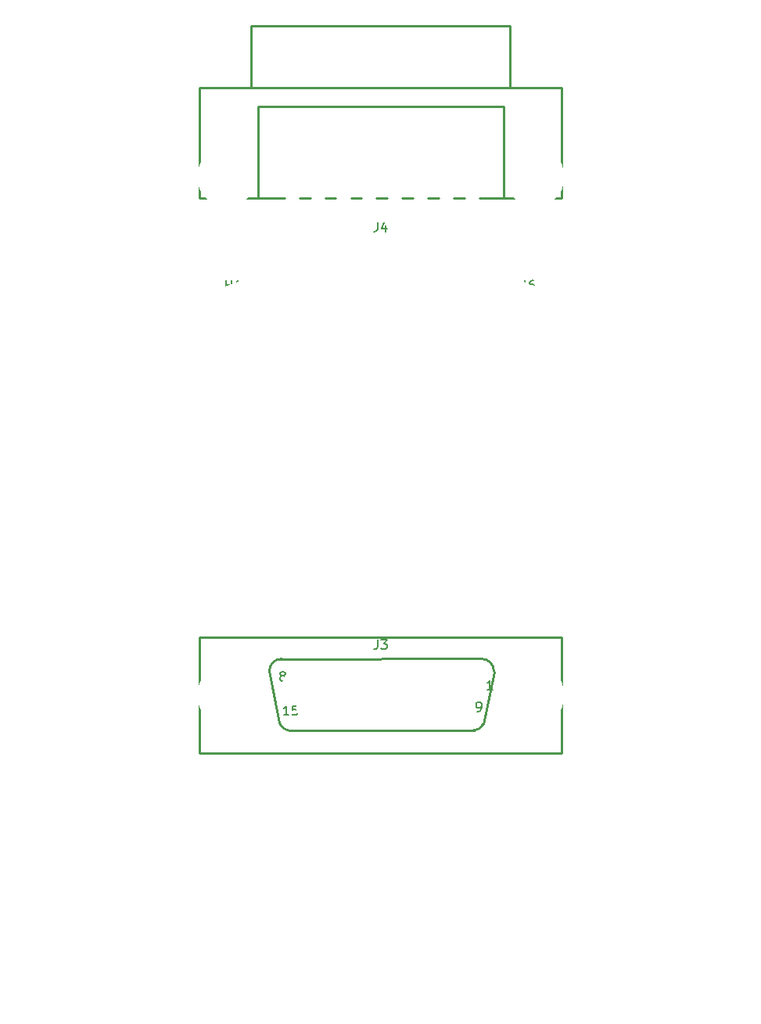
<source format=gbr>
%TF.GenerationSoftware,KiCad,Pcbnew,7.0.9*%
%TF.CreationDate,2024-05-16T17:58:55-06:00*%
%TF.ProjectId,KF50_Stepper_FT_1B_1O,4b463530-5f53-4746-9570-7065725f4654,rev?*%
%TF.SameCoordinates,Original*%
%TF.FileFunction,Legend,Top*%
%TF.FilePolarity,Positive*%
%FSLAX46Y46*%
G04 Gerber Fmt 4.6, Leading zero omitted, Abs format (unit mm)*
G04 Created by KiCad (PCBNEW 7.0.9) date 2024-05-16 17:58:55*
%MOMM*%
%LPD*%
G01*
G04 APERTURE LIST*
%ADD10C,0.150000*%
%ADD11C,0.130000*%
%ADD12C,0.250000*%
%ADD13C,22.000000*%
%ADD14C,6.350000*%
%ADD15C,1.800000*%
%ADD16R,1.800000X1.800000*%
%ADD17C,10.000000*%
G04 APERTURE END LIST*
D10*
X-333333Y51125180D02*
X-333333Y50410895D01*
X-333333Y50410895D02*
X-380952Y50268038D01*
X-380952Y50268038D02*
X-476190Y50172800D01*
X-476190Y50172800D02*
X-619047Y50125180D01*
X-619047Y50125180D02*
X-714285Y50125180D01*
X571428Y50791847D02*
X571428Y50125180D01*
X333333Y51172800D02*
X95238Y50458514D01*
X95238Y50458514D02*
X714285Y50458514D01*
X-333333Y5965180D02*
X-333333Y5250895D01*
X-333333Y5250895D02*
X-380952Y5108038D01*
X-380952Y5108038D02*
X-476190Y5012800D01*
X-476190Y5012800D02*
X-619047Y4965180D01*
X-619047Y4965180D02*
X-714285Y4965180D01*
X47619Y5965180D02*
X666666Y5965180D01*
X666666Y5965180D02*
X333333Y5584228D01*
X333333Y5584228D02*
X476190Y5584228D01*
X476190Y5584228D02*
X571428Y5536609D01*
X571428Y5536609D02*
X619047Y5488990D01*
X619047Y5488990D02*
X666666Y5393752D01*
X666666Y5393752D02*
X666666Y5155657D01*
X666666Y5155657D02*
X619047Y5060419D01*
X619047Y5060419D02*
X571428Y5012800D01*
X571428Y5012800D02*
X476190Y4965180D01*
X476190Y4965180D02*
X190476Y4965180D01*
X190476Y4965180D02*
X95238Y5012800D01*
X95238Y5012800D02*
X47619Y5060419D01*
D11*
X-10713521Y2085569D02*
X-10808759Y2133188D01*
X-10808759Y2133188D02*
X-10856378Y2180807D01*
X-10856378Y2180807D02*
X-10903997Y2276045D01*
X-10903997Y2276045D02*
X-10903997Y2323664D01*
X-10903997Y2323664D02*
X-10856378Y2418902D01*
X-10856378Y2418902D02*
X-10808759Y2466521D01*
X-10808759Y2466521D02*
X-10713521Y2514140D01*
X-10713521Y2514140D02*
X-10523045Y2514140D01*
X-10523045Y2514140D02*
X-10427807Y2466521D01*
X-10427807Y2466521D02*
X-10380188Y2418902D01*
X-10380188Y2418902D02*
X-10332569Y2323664D01*
X-10332569Y2323664D02*
X-10332569Y2276045D01*
X-10332569Y2276045D02*
X-10380188Y2180807D01*
X-10380188Y2180807D02*
X-10427807Y2133188D01*
X-10427807Y2133188D02*
X-10523045Y2085569D01*
X-10523045Y2085569D02*
X-10713521Y2085569D01*
X-10713521Y2085569D02*
X-10808759Y2037950D01*
X-10808759Y2037950D02*
X-10856378Y1990331D01*
X-10856378Y1990331D02*
X-10903997Y1895093D01*
X-10903997Y1895093D02*
X-10903997Y1704617D01*
X-10903997Y1704617D02*
X-10856378Y1609379D01*
X-10856378Y1609379D02*
X-10808759Y1561760D01*
X-10808759Y1561760D02*
X-10713521Y1514140D01*
X-10713521Y1514140D02*
X-10523045Y1514140D01*
X-10523045Y1514140D02*
X-10427807Y1561760D01*
X-10427807Y1561760D02*
X-10380188Y1609379D01*
X-10380188Y1609379D02*
X-10332569Y1704617D01*
X-10332569Y1704617D02*
X-10332569Y1895093D01*
X-10332569Y1895093D02*
X-10380188Y1990331D01*
X-10380188Y1990331D02*
X-10427807Y2037950D01*
X-10427807Y2037950D02*
X-10523045Y2085569D01*
X10431240Y-1755859D02*
X10621716Y-1755859D01*
X10621716Y-1755859D02*
X10716954Y-1708240D01*
X10716954Y-1708240D02*
X10764573Y-1660620D01*
X10764573Y-1660620D02*
X10859811Y-1517763D01*
X10859811Y-1517763D02*
X10907430Y-1327287D01*
X10907430Y-1327287D02*
X10907430Y-946335D01*
X10907430Y-946335D02*
X10859811Y-851097D01*
X10859811Y-851097D02*
X10812192Y-803478D01*
X10812192Y-803478D02*
X10716954Y-755859D01*
X10716954Y-755859D02*
X10526478Y-755859D01*
X10526478Y-755859D02*
X10431240Y-803478D01*
X10431240Y-803478D02*
X10383621Y-851097D01*
X10383621Y-851097D02*
X10336002Y-946335D01*
X10336002Y-946335D02*
X10336002Y-1184430D01*
X10336002Y-1184430D02*
X10383621Y-1279668D01*
X10383621Y-1279668D02*
X10431240Y-1327287D01*
X10431240Y-1327287D02*
X10526478Y-1374906D01*
X10526478Y-1374906D02*
X10716954Y-1374906D01*
X10716954Y-1374906D02*
X10812192Y-1327287D01*
X10812192Y-1327287D02*
X10859811Y-1279668D01*
X10859811Y-1279668D02*
X10907430Y-1184430D01*
X12097430Y594140D02*
X11526002Y594140D01*
X11811716Y594140D02*
X11811716Y1594140D01*
X11811716Y1594140D02*
X11716478Y1451283D01*
X11716478Y1451283D02*
X11621240Y1356045D01*
X11621240Y1356045D02*
X11526002Y1308426D01*
X-9942569Y-2165859D02*
X-10513997Y-2165859D01*
X-10228283Y-2165859D02*
X-10228283Y-1165859D01*
X-10228283Y-1165859D02*
X-10323521Y-1308716D01*
X-10323521Y-1308716D02*
X-10418759Y-1403954D01*
X-10418759Y-1403954D02*
X-10513997Y-1451573D01*
X-9037807Y-1165859D02*
X-9513997Y-1165859D01*
X-9513997Y-1165859D02*
X-9561616Y-1642049D01*
X-9561616Y-1642049D02*
X-9513997Y-1594430D01*
X-9513997Y-1594430D02*
X-9418759Y-1546811D01*
X-9418759Y-1546811D02*
X-9180664Y-1546811D01*
X-9180664Y-1546811D02*
X-9085426Y-1594430D01*
X-9085426Y-1594430D02*
X-9037807Y-1642049D01*
X-9037807Y-1642049D02*
X-8990188Y-1737287D01*
X-8990188Y-1737287D02*
X-8990188Y-1975382D01*
X-8990188Y-1975382D02*
X-9037807Y-2070620D01*
X-9037807Y-2070620D02*
X-9085426Y-2118240D01*
X-9085426Y-2118240D02*
X-9180664Y-2165859D01*
X-9180664Y-2165859D02*
X-9418759Y-2165859D01*
X-9418759Y-2165859D02*
X-9513997Y-2118240D01*
X-9513997Y-2118240D02*
X-9561616Y-2070620D01*
D10*
X37509096Y21366542D02*
X37509096Y22366542D01*
X37509096Y21890352D02*
X38080524Y21890352D01*
X38080524Y21366542D02*
X38080524Y22366542D01*
X38699572Y21937971D02*
X38604334Y21985590D01*
X38604334Y21985590D02*
X38556715Y22033209D01*
X38556715Y22033209D02*
X38509096Y22128447D01*
X38509096Y22128447D02*
X38509096Y22176066D01*
X38509096Y22176066D02*
X38556715Y22271304D01*
X38556715Y22271304D02*
X38604334Y22318923D01*
X38604334Y22318923D02*
X38699572Y22366542D01*
X38699572Y22366542D02*
X38890048Y22366542D01*
X38890048Y22366542D02*
X38985286Y22318923D01*
X38985286Y22318923D02*
X39032905Y22271304D01*
X39032905Y22271304D02*
X39080524Y22176066D01*
X39080524Y22176066D02*
X39080524Y22128447D01*
X39080524Y22128447D02*
X39032905Y22033209D01*
X39032905Y22033209D02*
X38985286Y21985590D01*
X38985286Y21985590D02*
X38890048Y21937971D01*
X38890048Y21937971D02*
X38699572Y21937971D01*
X38699572Y21937971D02*
X38604334Y21890352D01*
X38604334Y21890352D02*
X38556715Y21842733D01*
X38556715Y21842733D02*
X38509096Y21747495D01*
X38509096Y21747495D02*
X38509096Y21557019D01*
X38509096Y21557019D02*
X38556715Y21461781D01*
X38556715Y21461781D02*
X38604334Y21414162D01*
X38604334Y21414162D02*
X38699572Y21366542D01*
X38699572Y21366542D02*
X38890048Y21366542D01*
X38890048Y21366542D02*
X38985286Y21414162D01*
X38985286Y21414162D02*
X39032905Y21461781D01*
X39032905Y21461781D02*
X39080524Y21557019D01*
X39080524Y21557019D02*
X39080524Y21747495D01*
X39080524Y21747495D02*
X39032905Y21842733D01*
X39032905Y21842733D02*
X38985286Y21890352D01*
X38985286Y21890352D02*
X38890048Y21937971D01*
X37509096Y-10396181D02*
X37509096Y-9396181D01*
X37509096Y-9872371D02*
X38080524Y-9872371D01*
X38080524Y-10396181D02*
X38080524Y-9396181D01*
X38461477Y-9396181D02*
X39128143Y-9396181D01*
X39128143Y-9396181D02*
X38699572Y-10396181D01*
X15049457Y43826181D02*
X15049457Y44826181D01*
X15049457Y44349991D02*
X15620885Y44349991D01*
X15620885Y43826181D02*
X15620885Y44826181D01*
X16525647Y44826181D02*
X16335171Y44826181D01*
X16335171Y44826181D02*
X16239933Y44778562D01*
X16239933Y44778562D02*
X16192314Y44730943D01*
X16192314Y44730943D02*
X16097076Y44588086D01*
X16097076Y44588086D02*
X16049457Y44397610D01*
X16049457Y44397610D02*
X16049457Y44016658D01*
X16049457Y44016658D02*
X16097076Y43921420D01*
X16097076Y43921420D02*
X16144695Y43873801D01*
X16144695Y43873801D02*
X16239933Y43826181D01*
X16239933Y43826181D02*
X16430409Y43826181D01*
X16430409Y43826181D02*
X16525647Y43873801D01*
X16525647Y43873801D02*
X16573266Y43921420D01*
X16573266Y43921420D02*
X16620885Y44016658D01*
X16620885Y44016658D02*
X16620885Y44254753D01*
X16620885Y44254753D02*
X16573266Y44349991D01*
X16573266Y44349991D02*
X16525647Y44397610D01*
X16525647Y44397610D02*
X16430409Y44445229D01*
X16430409Y44445229D02*
X16239933Y44445229D01*
X16239933Y44445229D02*
X16144695Y44397610D01*
X16144695Y44397610D02*
X16097076Y44349991D01*
X16097076Y44349991D02*
X16049457Y44254753D01*
X14858981Y-32855820D02*
X14858981Y-31855820D01*
X14858981Y-32332010D02*
X15430409Y-32332010D01*
X15430409Y-32855820D02*
X15430409Y-31855820D01*
X15906600Y-32855820D02*
X15906600Y-32189153D01*
X15906600Y-32284391D02*
X15954219Y-32236772D01*
X15954219Y-32236772D02*
X16049457Y-32189153D01*
X16049457Y-32189153D02*
X16192314Y-32189153D01*
X16192314Y-32189153D02*
X16287552Y-32236772D01*
X16287552Y-32236772D02*
X16335171Y-32332010D01*
X16335171Y-32332010D02*
X16335171Y-32855820D01*
X16335171Y-32332010D02*
X16382790Y-32236772D01*
X16382790Y-32236772D02*
X16478028Y-32189153D01*
X16478028Y-32189153D02*
X16620885Y-32189153D01*
X16620885Y-32189153D02*
X16716124Y-32236772D01*
X16716124Y-32236772D02*
X16763743Y-32332010D01*
X16763743Y-32332010D02*
X16763743Y-32855820D01*
X-16713266Y43826181D02*
X-16713266Y44826181D01*
X-16713266Y44349991D02*
X-16141838Y44349991D01*
X-16141838Y43826181D02*
X-16141838Y44826181D01*
X-15237076Y44492848D02*
X-15237076Y43826181D01*
X-15475171Y44873801D02*
X-15713266Y44159515D01*
X-15713266Y44159515D02*
X-15094219Y44159515D01*
X-16713266Y-32855820D02*
X-16713266Y-31855820D01*
X-16713266Y-32332010D02*
X-16141838Y-32332010D01*
X-16141838Y-32855820D02*
X-16141838Y-31855820D01*
X-15760885Y-31855820D02*
X-15141838Y-31855820D01*
X-15141838Y-31855820D02*
X-15475171Y-32236772D01*
X-15475171Y-32236772D02*
X-15332314Y-32236772D01*
X-15332314Y-32236772D02*
X-15237076Y-32284391D01*
X-15237076Y-32284391D02*
X-15189457Y-32332010D01*
X-15189457Y-32332010D02*
X-15141838Y-32427248D01*
X-15141838Y-32427248D02*
X-15141838Y-32665343D01*
X-15141838Y-32665343D02*
X-15189457Y-32760581D01*
X-15189457Y-32760581D02*
X-15237076Y-32808201D01*
X-15237076Y-32808201D02*
X-15332314Y-32855820D01*
X-15332314Y-32855820D02*
X-15618028Y-32855820D01*
X-15618028Y-32855820D02*
X-15713266Y-32808201D01*
X-15713266Y-32808201D02*
X-15760885Y-32760581D01*
X-39172905Y21366542D02*
X-39172905Y22366542D01*
X-39172905Y21890352D02*
X-38601477Y21890352D01*
X-38601477Y21366542D02*
X-38601477Y22366542D01*
X-38172905Y22271304D02*
X-38125286Y22318923D01*
X-38125286Y22318923D02*
X-38030048Y22366542D01*
X-38030048Y22366542D02*
X-37791953Y22366542D01*
X-37791953Y22366542D02*
X-37696715Y22318923D01*
X-37696715Y22318923D02*
X-37649096Y22271304D01*
X-37649096Y22271304D02*
X-37601477Y22176066D01*
X-37601477Y22176066D02*
X-37601477Y22080828D01*
X-37601477Y22080828D02*
X-37649096Y21937971D01*
X-37649096Y21937971D02*
X-38220524Y21366542D01*
X-38220524Y21366542D02*
X-37601477Y21366542D01*
X-39172905Y-10396181D02*
X-39172905Y-9396181D01*
X-39172905Y-9872371D02*
X-38601477Y-9872371D01*
X-38601477Y-10396181D02*
X-38601477Y-9396181D01*
X-37601477Y-10396181D02*
X-38172905Y-10396181D01*
X-37887191Y-10396181D02*
X-37887191Y-9396181D01*
X-37887191Y-9396181D02*
X-37982429Y-9539038D01*
X-37982429Y-9539038D02*
X-38077667Y-9634276D01*
X-38077667Y-9634276D02*
X-38172905Y-9681895D01*
D12*
%TO.C,J4*%
X19600000Y53790000D02*
X10670000Y53790000D01*
X19600000Y65700000D02*
X19600000Y53790000D01*
X14000000Y72300000D02*
X14000000Y65800000D01*
X13300000Y63700000D02*
X13300000Y53800000D01*
X9050000Y53790000D02*
X7890000Y53790000D01*
X6270000Y53790000D02*
X5110000Y53790000D01*
X3490000Y53790000D02*
X2330000Y53790000D01*
X710000Y53790000D02*
X-450000Y53790000D01*
X-2070000Y53790000D02*
X-3230000Y53790000D01*
X-4850000Y53790000D02*
X-6010000Y53790000D01*
X-7630000Y53790000D02*
X-8790000Y53790000D01*
X-10410000Y53790000D02*
X-19600000Y53790000D01*
X-13200000Y63700000D02*
X13300000Y63700000D01*
X-13300000Y63700000D02*
X-13300000Y53790000D01*
X-14000000Y72400000D02*
X14000000Y72400000D01*
X-14000000Y72400000D02*
X-14000000Y65900000D01*
X-19600000Y65710000D02*
X-19600000Y53800000D01*
X-19600000Y65730000D02*
X19600000Y65730000D01*
%TO.C,J3*%
X-19590000Y6280000D02*
X-19590000Y-6270000D01*
X-19590000Y6280000D02*
X19590000Y6280000D01*
X-19590000Y-6270000D02*
X19590000Y-6270000D01*
X-12050000Y2620000D02*
X-10980000Y-2930000D01*
X-10930000Y3910000D02*
X10890000Y3940000D01*
X-9680000Y-3860000D02*
X10150000Y-3830000D01*
X12260000Y2570000D02*
X11130000Y-3110000D01*
X19590000Y6280000D02*
X19590000Y-6270000D01*
X-10750000Y3920000D02*
G75*
G03*
X-12050000Y2620000I-1J-1299999D01*
G01*
X-10979999Y-2930000D02*
G75*
G03*
X-9678348Y-3862441I1299998J439999D01*
G01*
X12260000Y2570000D02*
G75*
G03*
X10890000Y3940000I-1370000J0D01*
G01*
X9960000Y-3840000D02*
G75*
G03*
X11129128Y-3108455I0J1300000D01*
G01*
%TD*%
%LPC*%
D13*
X36323279Y0D02*
G75*
G03*
X36323279Y0I-36323279J0D01*
G01*
D14*
%TO.C,J4*%
X16660000Y56000000D03*
X-16660000Y56000000D03*
D15*
X9860000Y54580000D03*
X7080000Y54580000D03*
X4300000Y54580000D03*
X1520000Y54580000D03*
X-1260000Y54580000D03*
X-4040000Y54580000D03*
X-6820000Y54580000D03*
X-9600000Y54580000D03*
X8470000Y57420000D03*
X5690000Y57420000D03*
X2910000Y57420000D03*
X130000Y57420000D03*
X-2650000Y57420000D03*
X-5430000Y57420000D03*
X-8210000Y57420000D03*
%TD*%
D14*
%TO.C,J3*%
X-16660000Y0D03*
X16660000Y0D03*
D16*
X9700000Y1420000D03*
D15*
X6920000Y1420000D03*
X4160000Y1420000D03*
X1380000Y1420000D03*
X-1380000Y1420000D03*
X-4160000Y1420000D03*
X-6920000Y1420000D03*
X-9700000Y1420000D03*
X8310000Y-1420000D03*
X5540000Y-1420000D03*
X2770000Y-1420000D03*
X0Y-1420000D03*
X-2770000Y-1420000D03*
X-5540000Y-1420000D03*
X-8310000Y-1420000D03*
%TD*%
D17*
%TO.C,H8*%
X38271001Y15821362D03*
%TD*%
%TO.C,H7*%
X38271001Y-15941362D03*
%TD*%
%TO.C,H6*%
X15811362Y38281001D03*
%TD*%
%TO.C,Hm*%
X15811362Y-38401001D03*
%TD*%
%TO.C,H4*%
X-15951362Y38281001D03*
%TD*%
%TO.C,H3*%
X-15951362Y-38401001D03*
%TD*%
%TO.C,H2*%
X-38411001Y15821362D03*
%TD*%
%TO.C,H1*%
X-38411001Y-15941362D03*
%TD*%
%LPD*%
M02*

</source>
